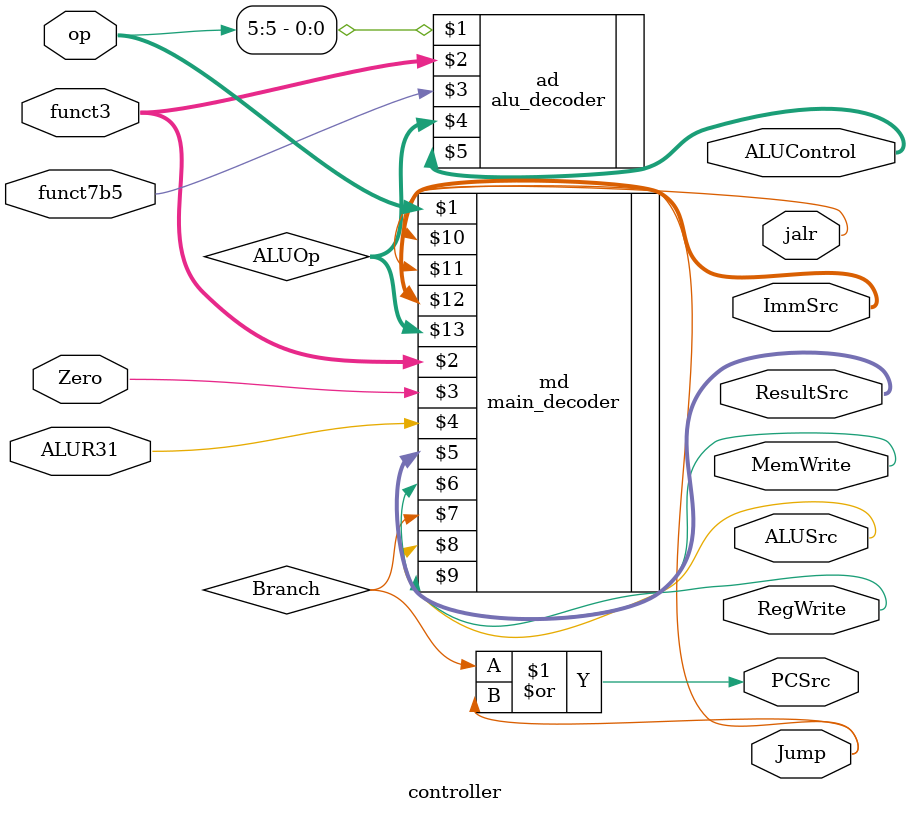
<source format=v>
 

module controller (
    input [6:0]  op,
    input [2:0]  funct3,
    input        funct7b5,
    input        Zero,ALUR31,
    output       [1:0] ResultSrc,
    output       MemWrite,
    output       PCSrc, ALUSrc,
    output       RegWrite, Jump,jalr,
    output [1:0] ImmSrc,
    output [3:0] ALUControl
);

wire [1:0] ALUOp;
wire       Branch;

main_decoder    md (op,funct3,Zero,ALUR31, ResultSrc, MemWrite, Branch,
                    ALUSrc, RegWrite, Jump,jalr, ImmSrc, ALUOp);

alu_decoder     ad (op[5], funct3, funct7b5, ALUOp, ALUControl);

// for jump and branch
assign PCSrc = Branch | Jump;

endmodule


</source>
